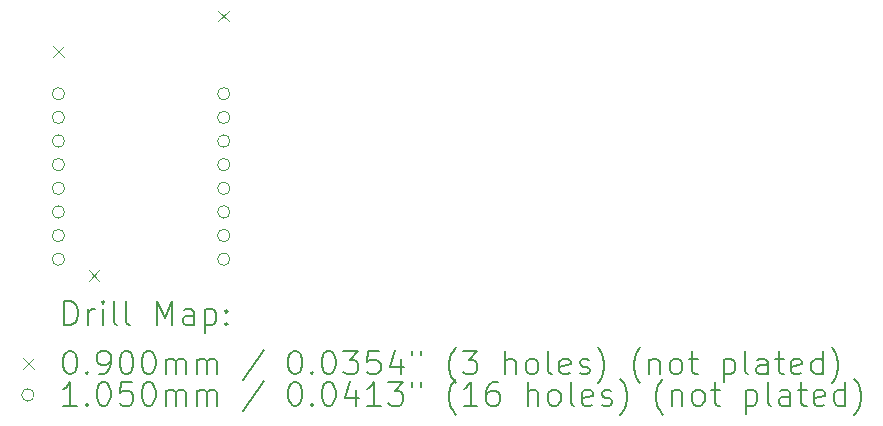
<source format=gbr>
%TF.GenerationSoftware,KiCad,Pcbnew,6.0.10+dfsg-1~bpo11+1*%
%TF.ProjectId,bot,626f742e-6b69-4636-9164-5f7063625858,rev?*%
%TF.SameCoordinates,Original*%
%TF.FileFunction,Drillmap*%
%TF.FilePolarity,Positive*%
%FSLAX45Y45*%
G04 Gerber Fmt 4.5, Leading zero omitted, Abs format (unit mm)*
%MOMM*%
%LPD*%
G01*
G04 APERTURE LIST*
%ADD10C,0.200000*%
%ADD11C,0.090000*%
%ADD12C,0.105000*%
G04 APERTURE END LIST*
D10*
D11*
X12805000Y-10555000D02*
X12895000Y-10645000D01*
X12895000Y-10555000D02*
X12805000Y-10645000D01*
X13105000Y-12455000D02*
X13195000Y-12545000D01*
X13195000Y-12455000D02*
X13105000Y-12545000D01*
X14205000Y-10255000D02*
X14295000Y-10345000D01*
X14295000Y-10255000D02*
X14205000Y-10345000D01*
D12*
X12902500Y-10960000D02*
G75*
G03*
X12902500Y-10960000I-52500J0D01*
G01*
X12902500Y-11160000D02*
G75*
G03*
X12902500Y-11160000I-52500J0D01*
G01*
X12902500Y-11360000D02*
G75*
G03*
X12902500Y-11360000I-52500J0D01*
G01*
X12902500Y-11560000D02*
G75*
G03*
X12902500Y-11560000I-52500J0D01*
G01*
X12902500Y-11760000D02*
G75*
G03*
X12902500Y-11760000I-52500J0D01*
G01*
X12902500Y-11960000D02*
G75*
G03*
X12902500Y-11960000I-52500J0D01*
G01*
X12902500Y-12160000D02*
G75*
G03*
X12902500Y-12160000I-52500J0D01*
G01*
X12902500Y-12360000D02*
G75*
G03*
X12902500Y-12360000I-52500J0D01*
G01*
X14302500Y-10960000D02*
G75*
G03*
X14302500Y-10960000I-52500J0D01*
G01*
X14302500Y-11160000D02*
G75*
G03*
X14302500Y-11160000I-52500J0D01*
G01*
X14302500Y-11360000D02*
G75*
G03*
X14302500Y-11360000I-52500J0D01*
G01*
X14302500Y-11560000D02*
G75*
G03*
X14302500Y-11560000I-52500J0D01*
G01*
X14302500Y-11760000D02*
G75*
G03*
X14302500Y-11760000I-52500J0D01*
G01*
X14302500Y-11960000D02*
G75*
G03*
X14302500Y-11960000I-52500J0D01*
G01*
X14302500Y-12160000D02*
G75*
G03*
X14302500Y-12160000I-52500J0D01*
G01*
X14302500Y-12360000D02*
G75*
G03*
X14302500Y-12360000I-52500J0D01*
G01*
D10*
X12901619Y-12916476D02*
X12901619Y-12716476D01*
X12949238Y-12716476D01*
X12977809Y-12726000D01*
X12996857Y-12745048D01*
X13006381Y-12764095D01*
X13015905Y-12802190D01*
X13015905Y-12830762D01*
X13006381Y-12868857D01*
X12996857Y-12887905D01*
X12977809Y-12906952D01*
X12949238Y-12916476D01*
X12901619Y-12916476D01*
X13101619Y-12916476D02*
X13101619Y-12783143D01*
X13101619Y-12821238D02*
X13111143Y-12802190D01*
X13120667Y-12792667D01*
X13139714Y-12783143D01*
X13158762Y-12783143D01*
X13225428Y-12916476D02*
X13225428Y-12783143D01*
X13225428Y-12716476D02*
X13215905Y-12726000D01*
X13225428Y-12735524D01*
X13234952Y-12726000D01*
X13225428Y-12716476D01*
X13225428Y-12735524D01*
X13349238Y-12916476D02*
X13330190Y-12906952D01*
X13320667Y-12887905D01*
X13320667Y-12716476D01*
X13454000Y-12916476D02*
X13434952Y-12906952D01*
X13425428Y-12887905D01*
X13425428Y-12716476D01*
X13682571Y-12916476D02*
X13682571Y-12716476D01*
X13749238Y-12859333D01*
X13815905Y-12716476D01*
X13815905Y-12916476D01*
X13996857Y-12916476D02*
X13996857Y-12811714D01*
X13987333Y-12792667D01*
X13968286Y-12783143D01*
X13930190Y-12783143D01*
X13911143Y-12792667D01*
X13996857Y-12906952D02*
X13977809Y-12916476D01*
X13930190Y-12916476D01*
X13911143Y-12906952D01*
X13901619Y-12887905D01*
X13901619Y-12868857D01*
X13911143Y-12849809D01*
X13930190Y-12840286D01*
X13977809Y-12840286D01*
X13996857Y-12830762D01*
X14092095Y-12783143D02*
X14092095Y-12983143D01*
X14092095Y-12792667D02*
X14111143Y-12783143D01*
X14149238Y-12783143D01*
X14168286Y-12792667D01*
X14177809Y-12802190D01*
X14187333Y-12821238D01*
X14187333Y-12878381D01*
X14177809Y-12897428D01*
X14168286Y-12906952D01*
X14149238Y-12916476D01*
X14111143Y-12916476D01*
X14092095Y-12906952D01*
X14273048Y-12897428D02*
X14282571Y-12906952D01*
X14273048Y-12916476D01*
X14263524Y-12906952D01*
X14273048Y-12897428D01*
X14273048Y-12916476D01*
X14273048Y-12792667D02*
X14282571Y-12802190D01*
X14273048Y-12811714D01*
X14263524Y-12802190D01*
X14273048Y-12792667D01*
X14273048Y-12811714D01*
D11*
X12554000Y-13201000D02*
X12644000Y-13291000D01*
X12644000Y-13201000D02*
X12554000Y-13291000D01*
D10*
X12939714Y-13136476D02*
X12958762Y-13136476D01*
X12977809Y-13146000D01*
X12987333Y-13155524D01*
X12996857Y-13174571D01*
X13006381Y-13212667D01*
X13006381Y-13260286D01*
X12996857Y-13298381D01*
X12987333Y-13317428D01*
X12977809Y-13326952D01*
X12958762Y-13336476D01*
X12939714Y-13336476D01*
X12920667Y-13326952D01*
X12911143Y-13317428D01*
X12901619Y-13298381D01*
X12892095Y-13260286D01*
X12892095Y-13212667D01*
X12901619Y-13174571D01*
X12911143Y-13155524D01*
X12920667Y-13146000D01*
X12939714Y-13136476D01*
X13092095Y-13317428D02*
X13101619Y-13326952D01*
X13092095Y-13336476D01*
X13082571Y-13326952D01*
X13092095Y-13317428D01*
X13092095Y-13336476D01*
X13196857Y-13336476D02*
X13234952Y-13336476D01*
X13254000Y-13326952D01*
X13263524Y-13317428D01*
X13282571Y-13288857D01*
X13292095Y-13250762D01*
X13292095Y-13174571D01*
X13282571Y-13155524D01*
X13273048Y-13146000D01*
X13254000Y-13136476D01*
X13215905Y-13136476D01*
X13196857Y-13146000D01*
X13187333Y-13155524D01*
X13177809Y-13174571D01*
X13177809Y-13222190D01*
X13187333Y-13241238D01*
X13196857Y-13250762D01*
X13215905Y-13260286D01*
X13254000Y-13260286D01*
X13273048Y-13250762D01*
X13282571Y-13241238D01*
X13292095Y-13222190D01*
X13415905Y-13136476D02*
X13434952Y-13136476D01*
X13454000Y-13146000D01*
X13463524Y-13155524D01*
X13473048Y-13174571D01*
X13482571Y-13212667D01*
X13482571Y-13260286D01*
X13473048Y-13298381D01*
X13463524Y-13317428D01*
X13454000Y-13326952D01*
X13434952Y-13336476D01*
X13415905Y-13336476D01*
X13396857Y-13326952D01*
X13387333Y-13317428D01*
X13377809Y-13298381D01*
X13368286Y-13260286D01*
X13368286Y-13212667D01*
X13377809Y-13174571D01*
X13387333Y-13155524D01*
X13396857Y-13146000D01*
X13415905Y-13136476D01*
X13606381Y-13136476D02*
X13625428Y-13136476D01*
X13644476Y-13146000D01*
X13654000Y-13155524D01*
X13663524Y-13174571D01*
X13673048Y-13212667D01*
X13673048Y-13260286D01*
X13663524Y-13298381D01*
X13654000Y-13317428D01*
X13644476Y-13326952D01*
X13625428Y-13336476D01*
X13606381Y-13336476D01*
X13587333Y-13326952D01*
X13577809Y-13317428D01*
X13568286Y-13298381D01*
X13558762Y-13260286D01*
X13558762Y-13212667D01*
X13568286Y-13174571D01*
X13577809Y-13155524D01*
X13587333Y-13146000D01*
X13606381Y-13136476D01*
X13758762Y-13336476D02*
X13758762Y-13203143D01*
X13758762Y-13222190D02*
X13768286Y-13212667D01*
X13787333Y-13203143D01*
X13815905Y-13203143D01*
X13834952Y-13212667D01*
X13844476Y-13231714D01*
X13844476Y-13336476D01*
X13844476Y-13231714D02*
X13854000Y-13212667D01*
X13873048Y-13203143D01*
X13901619Y-13203143D01*
X13920667Y-13212667D01*
X13930190Y-13231714D01*
X13930190Y-13336476D01*
X14025428Y-13336476D02*
X14025428Y-13203143D01*
X14025428Y-13222190D02*
X14034952Y-13212667D01*
X14054000Y-13203143D01*
X14082571Y-13203143D01*
X14101619Y-13212667D01*
X14111143Y-13231714D01*
X14111143Y-13336476D01*
X14111143Y-13231714D02*
X14120667Y-13212667D01*
X14139714Y-13203143D01*
X14168286Y-13203143D01*
X14187333Y-13212667D01*
X14196857Y-13231714D01*
X14196857Y-13336476D01*
X14587333Y-13126952D02*
X14415905Y-13384095D01*
X14844476Y-13136476D02*
X14863524Y-13136476D01*
X14882571Y-13146000D01*
X14892095Y-13155524D01*
X14901619Y-13174571D01*
X14911143Y-13212667D01*
X14911143Y-13260286D01*
X14901619Y-13298381D01*
X14892095Y-13317428D01*
X14882571Y-13326952D01*
X14863524Y-13336476D01*
X14844476Y-13336476D01*
X14825428Y-13326952D01*
X14815905Y-13317428D01*
X14806381Y-13298381D01*
X14796857Y-13260286D01*
X14796857Y-13212667D01*
X14806381Y-13174571D01*
X14815905Y-13155524D01*
X14825428Y-13146000D01*
X14844476Y-13136476D01*
X14996857Y-13317428D02*
X15006381Y-13326952D01*
X14996857Y-13336476D01*
X14987333Y-13326952D01*
X14996857Y-13317428D01*
X14996857Y-13336476D01*
X15130190Y-13136476D02*
X15149238Y-13136476D01*
X15168286Y-13146000D01*
X15177809Y-13155524D01*
X15187333Y-13174571D01*
X15196857Y-13212667D01*
X15196857Y-13260286D01*
X15187333Y-13298381D01*
X15177809Y-13317428D01*
X15168286Y-13326952D01*
X15149238Y-13336476D01*
X15130190Y-13336476D01*
X15111143Y-13326952D01*
X15101619Y-13317428D01*
X15092095Y-13298381D01*
X15082571Y-13260286D01*
X15082571Y-13212667D01*
X15092095Y-13174571D01*
X15101619Y-13155524D01*
X15111143Y-13146000D01*
X15130190Y-13136476D01*
X15263524Y-13136476D02*
X15387333Y-13136476D01*
X15320667Y-13212667D01*
X15349238Y-13212667D01*
X15368286Y-13222190D01*
X15377809Y-13231714D01*
X15387333Y-13250762D01*
X15387333Y-13298381D01*
X15377809Y-13317428D01*
X15368286Y-13326952D01*
X15349238Y-13336476D01*
X15292095Y-13336476D01*
X15273048Y-13326952D01*
X15263524Y-13317428D01*
X15568286Y-13136476D02*
X15473048Y-13136476D01*
X15463524Y-13231714D01*
X15473048Y-13222190D01*
X15492095Y-13212667D01*
X15539714Y-13212667D01*
X15558762Y-13222190D01*
X15568286Y-13231714D01*
X15577809Y-13250762D01*
X15577809Y-13298381D01*
X15568286Y-13317428D01*
X15558762Y-13326952D01*
X15539714Y-13336476D01*
X15492095Y-13336476D01*
X15473048Y-13326952D01*
X15463524Y-13317428D01*
X15749238Y-13203143D02*
X15749238Y-13336476D01*
X15701619Y-13126952D02*
X15654000Y-13269809D01*
X15777809Y-13269809D01*
X15844476Y-13136476D02*
X15844476Y-13174571D01*
X15920667Y-13136476D02*
X15920667Y-13174571D01*
X16215905Y-13412667D02*
X16206381Y-13403143D01*
X16187333Y-13374571D01*
X16177809Y-13355524D01*
X16168286Y-13326952D01*
X16158762Y-13279333D01*
X16158762Y-13241238D01*
X16168286Y-13193619D01*
X16177809Y-13165048D01*
X16187333Y-13146000D01*
X16206381Y-13117428D01*
X16215905Y-13107905D01*
X16273048Y-13136476D02*
X16396857Y-13136476D01*
X16330190Y-13212667D01*
X16358762Y-13212667D01*
X16377809Y-13222190D01*
X16387333Y-13231714D01*
X16396857Y-13250762D01*
X16396857Y-13298381D01*
X16387333Y-13317428D01*
X16377809Y-13326952D01*
X16358762Y-13336476D01*
X16301619Y-13336476D01*
X16282571Y-13326952D01*
X16273048Y-13317428D01*
X16634952Y-13336476D02*
X16634952Y-13136476D01*
X16720667Y-13336476D02*
X16720667Y-13231714D01*
X16711143Y-13212667D01*
X16692095Y-13203143D01*
X16663524Y-13203143D01*
X16644476Y-13212667D01*
X16634952Y-13222190D01*
X16844476Y-13336476D02*
X16825429Y-13326952D01*
X16815905Y-13317428D01*
X16806381Y-13298381D01*
X16806381Y-13241238D01*
X16815905Y-13222190D01*
X16825429Y-13212667D01*
X16844476Y-13203143D01*
X16873048Y-13203143D01*
X16892095Y-13212667D01*
X16901619Y-13222190D01*
X16911143Y-13241238D01*
X16911143Y-13298381D01*
X16901619Y-13317428D01*
X16892095Y-13326952D01*
X16873048Y-13336476D01*
X16844476Y-13336476D01*
X17025429Y-13336476D02*
X17006381Y-13326952D01*
X16996857Y-13307905D01*
X16996857Y-13136476D01*
X17177810Y-13326952D02*
X17158762Y-13336476D01*
X17120667Y-13336476D01*
X17101619Y-13326952D01*
X17092095Y-13307905D01*
X17092095Y-13231714D01*
X17101619Y-13212667D01*
X17120667Y-13203143D01*
X17158762Y-13203143D01*
X17177810Y-13212667D01*
X17187333Y-13231714D01*
X17187333Y-13250762D01*
X17092095Y-13269809D01*
X17263524Y-13326952D02*
X17282571Y-13336476D01*
X17320667Y-13336476D01*
X17339714Y-13326952D01*
X17349238Y-13307905D01*
X17349238Y-13298381D01*
X17339714Y-13279333D01*
X17320667Y-13269809D01*
X17292095Y-13269809D01*
X17273048Y-13260286D01*
X17263524Y-13241238D01*
X17263524Y-13231714D01*
X17273048Y-13212667D01*
X17292095Y-13203143D01*
X17320667Y-13203143D01*
X17339714Y-13212667D01*
X17415905Y-13412667D02*
X17425429Y-13403143D01*
X17444476Y-13374571D01*
X17454000Y-13355524D01*
X17463524Y-13326952D01*
X17473048Y-13279333D01*
X17473048Y-13241238D01*
X17463524Y-13193619D01*
X17454000Y-13165048D01*
X17444476Y-13146000D01*
X17425429Y-13117428D01*
X17415905Y-13107905D01*
X17777810Y-13412667D02*
X17768286Y-13403143D01*
X17749238Y-13374571D01*
X17739714Y-13355524D01*
X17730190Y-13326952D01*
X17720667Y-13279333D01*
X17720667Y-13241238D01*
X17730190Y-13193619D01*
X17739714Y-13165048D01*
X17749238Y-13146000D01*
X17768286Y-13117428D01*
X17777810Y-13107905D01*
X17854000Y-13203143D02*
X17854000Y-13336476D01*
X17854000Y-13222190D02*
X17863524Y-13212667D01*
X17882571Y-13203143D01*
X17911143Y-13203143D01*
X17930190Y-13212667D01*
X17939714Y-13231714D01*
X17939714Y-13336476D01*
X18063524Y-13336476D02*
X18044476Y-13326952D01*
X18034952Y-13317428D01*
X18025429Y-13298381D01*
X18025429Y-13241238D01*
X18034952Y-13222190D01*
X18044476Y-13212667D01*
X18063524Y-13203143D01*
X18092095Y-13203143D01*
X18111143Y-13212667D01*
X18120667Y-13222190D01*
X18130190Y-13241238D01*
X18130190Y-13298381D01*
X18120667Y-13317428D01*
X18111143Y-13326952D01*
X18092095Y-13336476D01*
X18063524Y-13336476D01*
X18187333Y-13203143D02*
X18263524Y-13203143D01*
X18215905Y-13136476D02*
X18215905Y-13307905D01*
X18225429Y-13326952D01*
X18244476Y-13336476D01*
X18263524Y-13336476D01*
X18482571Y-13203143D02*
X18482571Y-13403143D01*
X18482571Y-13212667D02*
X18501619Y-13203143D01*
X18539714Y-13203143D01*
X18558762Y-13212667D01*
X18568286Y-13222190D01*
X18577810Y-13241238D01*
X18577810Y-13298381D01*
X18568286Y-13317428D01*
X18558762Y-13326952D01*
X18539714Y-13336476D01*
X18501619Y-13336476D01*
X18482571Y-13326952D01*
X18692095Y-13336476D02*
X18673048Y-13326952D01*
X18663524Y-13307905D01*
X18663524Y-13136476D01*
X18854000Y-13336476D02*
X18854000Y-13231714D01*
X18844476Y-13212667D01*
X18825429Y-13203143D01*
X18787333Y-13203143D01*
X18768286Y-13212667D01*
X18854000Y-13326952D02*
X18834952Y-13336476D01*
X18787333Y-13336476D01*
X18768286Y-13326952D01*
X18758762Y-13307905D01*
X18758762Y-13288857D01*
X18768286Y-13269809D01*
X18787333Y-13260286D01*
X18834952Y-13260286D01*
X18854000Y-13250762D01*
X18920667Y-13203143D02*
X18996857Y-13203143D01*
X18949238Y-13136476D02*
X18949238Y-13307905D01*
X18958762Y-13326952D01*
X18977810Y-13336476D01*
X18996857Y-13336476D01*
X19139714Y-13326952D02*
X19120667Y-13336476D01*
X19082571Y-13336476D01*
X19063524Y-13326952D01*
X19054000Y-13307905D01*
X19054000Y-13231714D01*
X19063524Y-13212667D01*
X19082571Y-13203143D01*
X19120667Y-13203143D01*
X19139714Y-13212667D01*
X19149238Y-13231714D01*
X19149238Y-13250762D01*
X19054000Y-13269809D01*
X19320667Y-13336476D02*
X19320667Y-13136476D01*
X19320667Y-13326952D02*
X19301619Y-13336476D01*
X19263524Y-13336476D01*
X19244476Y-13326952D01*
X19234952Y-13317428D01*
X19225429Y-13298381D01*
X19225429Y-13241238D01*
X19234952Y-13222190D01*
X19244476Y-13212667D01*
X19263524Y-13203143D01*
X19301619Y-13203143D01*
X19320667Y-13212667D01*
X19396857Y-13412667D02*
X19406381Y-13403143D01*
X19425429Y-13374571D01*
X19434952Y-13355524D01*
X19444476Y-13326952D01*
X19454000Y-13279333D01*
X19454000Y-13241238D01*
X19444476Y-13193619D01*
X19434952Y-13165048D01*
X19425429Y-13146000D01*
X19406381Y-13117428D01*
X19396857Y-13107905D01*
D12*
X12644000Y-13510000D02*
G75*
G03*
X12644000Y-13510000I-52500J0D01*
G01*
D10*
X13006381Y-13600476D02*
X12892095Y-13600476D01*
X12949238Y-13600476D02*
X12949238Y-13400476D01*
X12930190Y-13429048D01*
X12911143Y-13448095D01*
X12892095Y-13457619D01*
X13092095Y-13581428D02*
X13101619Y-13590952D01*
X13092095Y-13600476D01*
X13082571Y-13590952D01*
X13092095Y-13581428D01*
X13092095Y-13600476D01*
X13225428Y-13400476D02*
X13244476Y-13400476D01*
X13263524Y-13410000D01*
X13273048Y-13419524D01*
X13282571Y-13438571D01*
X13292095Y-13476667D01*
X13292095Y-13524286D01*
X13282571Y-13562381D01*
X13273048Y-13581428D01*
X13263524Y-13590952D01*
X13244476Y-13600476D01*
X13225428Y-13600476D01*
X13206381Y-13590952D01*
X13196857Y-13581428D01*
X13187333Y-13562381D01*
X13177809Y-13524286D01*
X13177809Y-13476667D01*
X13187333Y-13438571D01*
X13196857Y-13419524D01*
X13206381Y-13410000D01*
X13225428Y-13400476D01*
X13473048Y-13400476D02*
X13377809Y-13400476D01*
X13368286Y-13495714D01*
X13377809Y-13486190D01*
X13396857Y-13476667D01*
X13444476Y-13476667D01*
X13463524Y-13486190D01*
X13473048Y-13495714D01*
X13482571Y-13514762D01*
X13482571Y-13562381D01*
X13473048Y-13581428D01*
X13463524Y-13590952D01*
X13444476Y-13600476D01*
X13396857Y-13600476D01*
X13377809Y-13590952D01*
X13368286Y-13581428D01*
X13606381Y-13400476D02*
X13625428Y-13400476D01*
X13644476Y-13410000D01*
X13654000Y-13419524D01*
X13663524Y-13438571D01*
X13673048Y-13476667D01*
X13673048Y-13524286D01*
X13663524Y-13562381D01*
X13654000Y-13581428D01*
X13644476Y-13590952D01*
X13625428Y-13600476D01*
X13606381Y-13600476D01*
X13587333Y-13590952D01*
X13577809Y-13581428D01*
X13568286Y-13562381D01*
X13558762Y-13524286D01*
X13558762Y-13476667D01*
X13568286Y-13438571D01*
X13577809Y-13419524D01*
X13587333Y-13410000D01*
X13606381Y-13400476D01*
X13758762Y-13600476D02*
X13758762Y-13467143D01*
X13758762Y-13486190D02*
X13768286Y-13476667D01*
X13787333Y-13467143D01*
X13815905Y-13467143D01*
X13834952Y-13476667D01*
X13844476Y-13495714D01*
X13844476Y-13600476D01*
X13844476Y-13495714D02*
X13854000Y-13476667D01*
X13873048Y-13467143D01*
X13901619Y-13467143D01*
X13920667Y-13476667D01*
X13930190Y-13495714D01*
X13930190Y-13600476D01*
X14025428Y-13600476D02*
X14025428Y-13467143D01*
X14025428Y-13486190D02*
X14034952Y-13476667D01*
X14054000Y-13467143D01*
X14082571Y-13467143D01*
X14101619Y-13476667D01*
X14111143Y-13495714D01*
X14111143Y-13600476D01*
X14111143Y-13495714D02*
X14120667Y-13476667D01*
X14139714Y-13467143D01*
X14168286Y-13467143D01*
X14187333Y-13476667D01*
X14196857Y-13495714D01*
X14196857Y-13600476D01*
X14587333Y-13390952D02*
X14415905Y-13648095D01*
X14844476Y-13400476D02*
X14863524Y-13400476D01*
X14882571Y-13410000D01*
X14892095Y-13419524D01*
X14901619Y-13438571D01*
X14911143Y-13476667D01*
X14911143Y-13524286D01*
X14901619Y-13562381D01*
X14892095Y-13581428D01*
X14882571Y-13590952D01*
X14863524Y-13600476D01*
X14844476Y-13600476D01*
X14825428Y-13590952D01*
X14815905Y-13581428D01*
X14806381Y-13562381D01*
X14796857Y-13524286D01*
X14796857Y-13476667D01*
X14806381Y-13438571D01*
X14815905Y-13419524D01*
X14825428Y-13410000D01*
X14844476Y-13400476D01*
X14996857Y-13581428D02*
X15006381Y-13590952D01*
X14996857Y-13600476D01*
X14987333Y-13590952D01*
X14996857Y-13581428D01*
X14996857Y-13600476D01*
X15130190Y-13400476D02*
X15149238Y-13400476D01*
X15168286Y-13410000D01*
X15177809Y-13419524D01*
X15187333Y-13438571D01*
X15196857Y-13476667D01*
X15196857Y-13524286D01*
X15187333Y-13562381D01*
X15177809Y-13581428D01*
X15168286Y-13590952D01*
X15149238Y-13600476D01*
X15130190Y-13600476D01*
X15111143Y-13590952D01*
X15101619Y-13581428D01*
X15092095Y-13562381D01*
X15082571Y-13524286D01*
X15082571Y-13476667D01*
X15092095Y-13438571D01*
X15101619Y-13419524D01*
X15111143Y-13410000D01*
X15130190Y-13400476D01*
X15368286Y-13467143D02*
X15368286Y-13600476D01*
X15320667Y-13390952D02*
X15273048Y-13533809D01*
X15396857Y-13533809D01*
X15577809Y-13600476D02*
X15463524Y-13600476D01*
X15520667Y-13600476D02*
X15520667Y-13400476D01*
X15501619Y-13429048D01*
X15482571Y-13448095D01*
X15463524Y-13457619D01*
X15644476Y-13400476D02*
X15768286Y-13400476D01*
X15701619Y-13476667D01*
X15730190Y-13476667D01*
X15749238Y-13486190D01*
X15758762Y-13495714D01*
X15768286Y-13514762D01*
X15768286Y-13562381D01*
X15758762Y-13581428D01*
X15749238Y-13590952D01*
X15730190Y-13600476D01*
X15673048Y-13600476D01*
X15654000Y-13590952D01*
X15644476Y-13581428D01*
X15844476Y-13400476D02*
X15844476Y-13438571D01*
X15920667Y-13400476D02*
X15920667Y-13438571D01*
X16215905Y-13676667D02*
X16206381Y-13667143D01*
X16187333Y-13638571D01*
X16177809Y-13619524D01*
X16168286Y-13590952D01*
X16158762Y-13543333D01*
X16158762Y-13505238D01*
X16168286Y-13457619D01*
X16177809Y-13429048D01*
X16187333Y-13410000D01*
X16206381Y-13381428D01*
X16215905Y-13371905D01*
X16396857Y-13600476D02*
X16282571Y-13600476D01*
X16339714Y-13600476D02*
X16339714Y-13400476D01*
X16320667Y-13429048D01*
X16301619Y-13448095D01*
X16282571Y-13457619D01*
X16568286Y-13400476D02*
X16530190Y-13400476D01*
X16511143Y-13410000D01*
X16501619Y-13419524D01*
X16482571Y-13448095D01*
X16473048Y-13486190D01*
X16473048Y-13562381D01*
X16482571Y-13581428D01*
X16492095Y-13590952D01*
X16511143Y-13600476D01*
X16549238Y-13600476D01*
X16568286Y-13590952D01*
X16577809Y-13581428D01*
X16587333Y-13562381D01*
X16587333Y-13514762D01*
X16577809Y-13495714D01*
X16568286Y-13486190D01*
X16549238Y-13476667D01*
X16511143Y-13476667D01*
X16492095Y-13486190D01*
X16482571Y-13495714D01*
X16473048Y-13514762D01*
X16825429Y-13600476D02*
X16825429Y-13400476D01*
X16911143Y-13600476D02*
X16911143Y-13495714D01*
X16901619Y-13476667D01*
X16882571Y-13467143D01*
X16854000Y-13467143D01*
X16834952Y-13476667D01*
X16825429Y-13486190D01*
X17034952Y-13600476D02*
X17015905Y-13590952D01*
X17006381Y-13581428D01*
X16996857Y-13562381D01*
X16996857Y-13505238D01*
X17006381Y-13486190D01*
X17015905Y-13476667D01*
X17034952Y-13467143D01*
X17063524Y-13467143D01*
X17082571Y-13476667D01*
X17092095Y-13486190D01*
X17101619Y-13505238D01*
X17101619Y-13562381D01*
X17092095Y-13581428D01*
X17082571Y-13590952D01*
X17063524Y-13600476D01*
X17034952Y-13600476D01*
X17215905Y-13600476D02*
X17196857Y-13590952D01*
X17187333Y-13571905D01*
X17187333Y-13400476D01*
X17368286Y-13590952D02*
X17349238Y-13600476D01*
X17311143Y-13600476D01*
X17292095Y-13590952D01*
X17282571Y-13571905D01*
X17282571Y-13495714D01*
X17292095Y-13476667D01*
X17311143Y-13467143D01*
X17349238Y-13467143D01*
X17368286Y-13476667D01*
X17377810Y-13495714D01*
X17377810Y-13514762D01*
X17282571Y-13533809D01*
X17454000Y-13590952D02*
X17473048Y-13600476D01*
X17511143Y-13600476D01*
X17530190Y-13590952D01*
X17539714Y-13571905D01*
X17539714Y-13562381D01*
X17530190Y-13543333D01*
X17511143Y-13533809D01*
X17482571Y-13533809D01*
X17463524Y-13524286D01*
X17454000Y-13505238D01*
X17454000Y-13495714D01*
X17463524Y-13476667D01*
X17482571Y-13467143D01*
X17511143Y-13467143D01*
X17530190Y-13476667D01*
X17606381Y-13676667D02*
X17615905Y-13667143D01*
X17634952Y-13638571D01*
X17644476Y-13619524D01*
X17654000Y-13590952D01*
X17663524Y-13543333D01*
X17663524Y-13505238D01*
X17654000Y-13457619D01*
X17644476Y-13429048D01*
X17634952Y-13410000D01*
X17615905Y-13381428D01*
X17606381Y-13371905D01*
X17968286Y-13676667D02*
X17958762Y-13667143D01*
X17939714Y-13638571D01*
X17930190Y-13619524D01*
X17920667Y-13590952D01*
X17911143Y-13543333D01*
X17911143Y-13505238D01*
X17920667Y-13457619D01*
X17930190Y-13429048D01*
X17939714Y-13410000D01*
X17958762Y-13381428D01*
X17968286Y-13371905D01*
X18044476Y-13467143D02*
X18044476Y-13600476D01*
X18044476Y-13486190D02*
X18054000Y-13476667D01*
X18073048Y-13467143D01*
X18101619Y-13467143D01*
X18120667Y-13476667D01*
X18130190Y-13495714D01*
X18130190Y-13600476D01*
X18254000Y-13600476D02*
X18234952Y-13590952D01*
X18225429Y-13581428D01*
X18215905Y-13562381D01*
X18215905Y-13505238D01*
X18225429Y-13486190D01*
X18234952Y-13476667D01*
X18254000Y-13467143D01*
X18282571Y-13467143D01*
X18301619Y-13476667D01*
X18311143Y-13486190D01*
X18320667Y-13505238D01*
X18320667Y-13562381D01*
X18311143Y-13581428D01*
X18301619Y-13590952D01*
X18282571Y-13600476D01*
X18254000Y-13600476D01*
X18377810Y-13467143D02*
X18454000Y-13467143D01*
X18406381Y-13400476D02*
X18406381Y-13571905D01*
X18415905Y-13590952D01*
X18434952Y-13600476D01*
X18454000Y-13600476D01*
X18673048Y-13467143D02*
X18673048Y-13667143D01*
X18673048Y-13476667D02*
X18692095Y-13467143D01*
X18730190Y-13467143D01*
X18749238Y-13476667D01*
X18758762Y-13486190D01*
X18768286Y-13505238D01*
X18768286Y-13562381D01*
X18758762Y-13581428D01*
X18749238Y-13590952D01*
X18730190Y-13600476D01*
X18692095Y-13600476D01*
X18673048Y-13590952D01*
X18882571Y-13600476D02*
X18863524Y-13590952D01*
X18854000Y-13571905D01*
X18854000Y-13400476D01*
X19044476Y-13600476D02*
X19044476Y-13495714D01*
X19034952Y-13476667D01*
X19015905Y-13467143D01*
X18977810Y-13467143D01*
X18958762Y-13476667D01*
X19044476Y-13590952D02*
X19025429Y-13600476D01*
X18977810Y-13600476D01*
X18958762Y-13590952D01*
X18949238Y-13571905D01*
X18949238Y-13552857D01*
X18958762Y-13533809D01*
X18977810Y-13524286D01*
X19025429Y-13524286D01*
X19044476Y-13514762D01*
X19111143Y-13467143D02*
X19187333Y-13467143D01*
X19139714Y-13400476D02*
X19139714Y-13571905D01*
X19149238Y-13590952D01*
X19168286Y-13600476D01*
X19187333Y-13600476D01*
X19330190Y-13590952D02*
X19311143Y-13600476D01*
X19273048Y-13600476D01*
X19254000Y-13590952D01*
X19244476Y-13571905D01*
X19244476Y-13495714D01*
X19254000Y-13476667D01*
X19273048Y-13467143D01*
X19311143Y-13467143D01*
X19330190Y-13476667D01*
X19339714Y-13495714D01*
X19339714Y-13514762D01*
X19244476Y-13533809D01*
X19511143Y-13600476D02*
X19511143Y-13400476D01*
X19511143Y-13590952D02*
X19492095Y-13600476D01*
X19454000Y-13600476D01*
X19434952Y-13590952D01*
X19425429Y-13581428D01*
X19415905Y-13562381D01*
X19415905Y-13505238D01*
X19425429Y-13486190D01*
X19434952Y-13476667D01*
X19454000Y-13467143D01*
X19492095Y-13467143D01*
X19511143Y-13476667D01*
X19587333Y-13676667D02*
X19596857Y-13667143D01*
X19615905Y-13638571D01*
X19625429Y-13619524D01*
X19634952Y-13590952D01*
X19644476Y-13543333D01*
X19644476Y-13505238D01*
X19634952Y-13457619D01*
X19625429Y-13429048D01*
X19615905Y-13410000D01*
X19596857Y-13381428D01*
X19587333Y-13371905D01*
M02*

</source>
